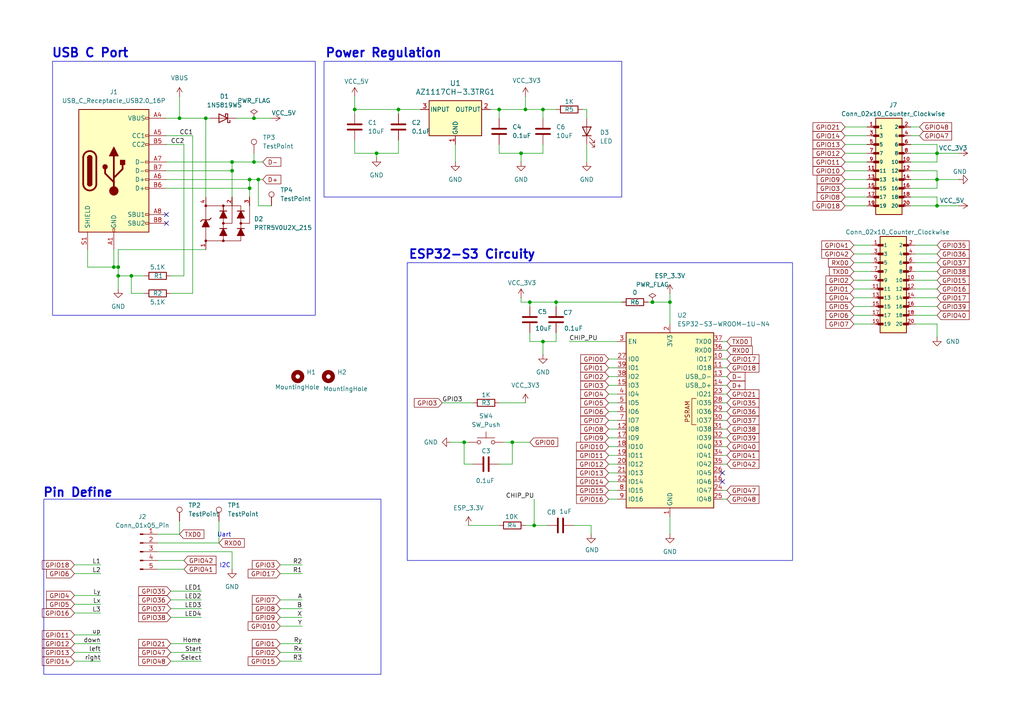
<source format=kicad_sch>
(kicad_sch (version 20250114) (generator "eeschema") (generator_version "9.0")
  (paper "A4")
  (title_block (title "MCU Carrier Board") (date "2025-09-26") (rev "0.6") (company "OSHE"))
  (rectangle (start 12.7 144.78) (end 110.49 195.58))
  (rectangle (start 15.24 17.78) (end 91.44 91.44))
  (rectangle (start 118.11 76.2) (end 229.87 162.56))
  (rectangle (start 93.98 17.78) (end 180.34 57.15))
  (text "ESP32-S3 Circuity" (at 136.906 73.914 0) (effects (font (size 2.54 2.54) (thickness 0.508) (bold yes))))
  (text "Uart\n" (at 65.024 155.194 0) (effects (font (size 1.27 1.27))))
  (text "USB C Port" (at 26.162 15.494 0) (effects (font (size 2.54 2.54) (thickness 0.508) (bold yes))))
  (text "I2C\n" (at 65.278 164.084 0) (effects (font (size 1.27 1.27))))
  (text "Power Regulation\n" (at 111.252 15.494 0) (effects (font (size 2.54 2.54) (thickness 0.508) (bold yes))))
  (text "Pin Define\n" (at 22.606 143.002 0) (effects (font (size 2.54 2.54) (thickness 0.508) (bold yes))))
  (junction (at 153.67 87.63))
  (junction (at 52.07 34.29))
  (junction (at 144.78 31.75))
  (junction (at 152.4 31.75))
  (junction (at 33.02 77.47))
  (junction (at 161.29 87.63))
  (junction (at 115.57 31.75))
  (junction (at 72.39 52.07))
  (junction (at 271.78 44.45))
  (junction (at 148.59 128.27))
  (junction (at 157.48 99.06))
  (junction (at 157.48 31.75))
  (junction (at 154.94 152.4))
  (junction (at 38.1 80.01))
  (junction (at 34.29 80.01))
  (junction (at 34.29 77.47))
  (junction (at 74.93 52.07))
  (junction (at 151.13 44.45))
  (junction (at 67.31 49.53))
  (junction (at 109.22 44.45))
  (junction (at 72.39 54.61))
  (junction (at 73.66 34.29))
  (junction (at 189.23 87.63))
  (junction (at 67.31 46.99))
  (junction (at 271.78 52.07))
  (junction (at 102.87 31.75))
  (junction (at 134.62 128.27))
  (junction (at 73.66 46.99))
  (junction (at 59.69 34.29))
  (junction (at 194.31 87.63))
  (junction (at 271.78 59.69))
  (no_connect (at 209.55 139.7))
  (no_connect (at 48.26 64.77))
  (no_connect (at 48.26 62.23))
  (no_connect (at 209.55 137.16))
  (wire (pts (xy 161.29 87.63) (xy 161.29 88.9)))
  (wire (pts (xy 247.65 78.74) (xy 252.73 78.74)))
  (wire (pts (xy 176.53 104.14) (xy 179.07 104.14)))
  (wire (pts (xy 81.28 191.77) (xy 87.63 191.77)))
  (wire (pts (xy 153.67 87.63) (xy 161.29 87.63)))
  (wire (pts (xy 134.62 128.27) (xy 134.62 134.62)))
  (wire (pts (xy 161.29 87.63) (xy 180.34 87.63)))
  (wire (pts (xy 245.11 46.99) (xy 251.46 46.99)))
  (wire (pts (xy 49.53 173.99) (xy 58.42 173.99)))
  (wire (pts (xy 210.82 106.68) (xy 209.55 106.68)))
  (wire (pts (xy 210.82 121.92) (xy 209.55 121.92)))
  (wire (pts (xy 210.82 134.62) (xy 209.55 134.62)))
  (wire (pts (xy 157.48 41.91) (xy 157.48 44.45)))
  (wire (pts (xy 153.67 99.06) (xy 157.48 99.06)))
  (wire (pts (xy 265.43 83.82) (xy 271.78 83.82)))
  (wire (pts (xy 264.16 52.07) (xy 271.78 52.07)))
  (wire (pts (xy 34.29 80.01) (xy 34.29 77.47)))
  (wire (pts (xy 144.78 41.91) (xy 144.78 44.45)))
  (wire (pts (xy 49.53 176.53) (xy 58.42 176.53)))
  (wire (pts (xy 102.87 33.02) (xy 102.87 31.75)))
  (wire (pts (xy 194.31 85.09) (xy 194.31 87.63)))
  (wire (pts (xy 176.53 132.08) (xy 179.07 132.08)))
  (wire (pts (xy 34.29 83.82) (xy 34.29 80.01)))
  (wire (pts (xy 144.78 116.84) (xy 152.4 116.84)))
  (wire (pts (xy 271.78 97.79) (xy 271.78 93.98)))
  (wire (pts (xy 209.55 127) (xy 210.82 127)))
  (wire (pts (xy 21.59 163.83) (xy 29.21 163.83)))
  (wire (pts (xy 102.87 31.75) (xy 115.57 31.75)))
  (wire (pts (xy 210.82 132.08) (xy 209.55 132.08)))
  (wire (pts (xy 154.94 152.4) (xy 154.94 144.78)))
  (wire (pts (xy 176.53 134.62) (xy 179.07 134.62)))
  (wire (pts (xy 81.28 189.23) (xy 87.63 189.23)))
  (wire (pts (xy 52.07 154.94) (xy 45.72 154.94)))
  (wire (pts (xy 245.11 41.91) (xy 251.46 41.91)))
  (wire (pts (xy 154.94 152.4) (xy 158.75 152.4)))
  (wire (pts (xy 210.82 124.46) (xy 209.55 124.46)))
  (wire (pts (xy 176.53 124.46) (xy 179.07 124.46)))
  (wire (pts (xy 170.18 41.91) (xy 170.18 46.99)))
  (wire (pts (xy 134.62 128.27) (xy 135.89 128.27)))
  (wire (pts (xy 152.4 152.4) (xy 154.94 152.4)))
  (wire (pts (xy 264.16 57.15) (xy 271.78 57.15)))
  (wire (pts (xy 81.28 179.07) (xy 87.63 179.07)))
  (wire (pts (xy 34.29 72.39) (xy 34.29 77.47)))
  (wire (pts (xy 153.67 96.52) (xy 153.67 99.06)))
  (wire (pts (xy 48.26 49.53) (xy 67.31 49.53)))
  (wire (pts (xy 176.53 111.76) (xy 179.07 111.76)))
  (wire (pts (xy 21.59 184.15) (xy 29.21 184.15)))
  (wire (pts (xy 271.78 41.91) (xy 271.78 44.45)))
  (wire (pts (xy 170.18 31.75) (xy 168.91 31.75)))
  (wire (pts (xy 81.28 176.53) (xy 87.63 176.53)))
  (wire (pts (xy 176.53 137.16) (xy 179.07 137.16)))
  (wire (pts (xy 73.66 44.45) (xy 73.66 46.99)))
  (wire (pts (xy 247.65 71.12) (xy 252.73 71.12)))
  (wire (pts (xy 245.11 39.37) (xy 251.46 39.37)))
  (wire (pts (xy 176.53 119.38) (xy 179.07 119.38)))
  (wire (pts (xy 265.43 93.98) (xy 271.78 93.98)))
  (wire (pts (xy 245.11 57.15) (xy 251.46 57.15)))
  (wire (pts (xy 109.22 44.45) (xy 109.22 45.72)))
  (wire (pts (xy 81.28 166.37) (xy 87.63 166.37)))
  (wire (pts (xy 73.66 34.29) (xy 78.74 34.29)))
  (wire (pts (xy 25.4 77.47) (xy 33.02 77.47)))
  (wire (pts (xy 59.69 34.29) (xy 60.96 34.29)))
  (wire (pts (xy 144.78 31.75) (xy 144.78 34.29)))
  (wire (pts (xy 48.26 39.37) (xy 55.88 39.37)))
  (wire (pts (xy 265.43 73.66) (xy 271.78 73.66)))
  (wire (pts (xy 52.07 34.29) (xy 59.69 34.29)))
  (wire (pts (xy 247.65 83.82) (xy 252.73 83.82)))
  (wire (pts (xy 21.59 175.26) (xy 29.21 175.26)))
  (wire (pts (xy 171.45 154.94) (xy 171.45 152.4)))
  (wire (pts (xy 68.58 34.29) (xy 73.66 34.29)))
  (wire (pts (xy 245.11 52.07) (xy 251.46 52.07)))
  (wire (pts (xy 49.53 191.77) (xy 58.42 191.77)))
  (wire (pts (xy 210.82 101.6) (xy 209.55 101.6)))
  (wire (pts (xy 135.89 152.4) (xy 144.78 152.4)))
  (wire (pts (xy 247.65 73.66) (xy 252.73 73.66)))
  (wire (pts (xy 176.53 144.78) (xy 179.07 144.78)))
  (wire (pts (xy 21.59 166.37) (xy 29.21 166.37)))
  (wire (pts (xy 148.59 128.27) (xy 146.05 128.27)))
  (wire (pts (xy 33.02 77.47) (xy 34.29 77.47)))
  (wire (pts (xy 247.65 86.36) (xy 252.73 86.36)))
  (wire (pts (xy 210.82 99.06) (xy 209.55 99.06)))
  (wire (pts (xy 194.31 149.86) (xy 194.31 154.94)))
  (wire (pts (xy 137.16 134.62) (xy 134.62 134.62)))
  (wire (pts (xy 152.4 31.75) (xy 157.48 31.75)))
  (wire (pts (xy 247.65 93.98) (xy 252.73 93.98)))
  (wire (pts (xy 210.82 116.84) (xy 209.55 116.84)))
  (wire (pts (xy 115.57 31.75) (xy 121.92 31.75)))
  (wire (pts (xy 271.78 59.69) (xy 278.13 59.69)))
  (wire (pts (xy 210.82 142.24) (xy 209.55 142.24)))
  (wire (pts (xy 245.11 54.61) (xy 251.46 54.61)))
  (wire (pts (xy 38.1 85.09) (xy 38.1 80.01)))
  (wire (pts (xy 176.53 127) (xy 179.07 127)))
  (wire (pts (xy 245.11 49.53) (xy 251.46 49.53)))
  (wire (pts (xy 21.59 191.77) (xy 29.21 191.77)))
  (wire (pts (xy 245.11 36.83) (xy 251.46 36.83)))
  (wire (pts (xy 109.22 44.45) (xy 102.87 44.45)))
  (wire (pts (xy 266.7 36.83) (xy 264.16 36.83)))
  (wire (pts (xy 49.53 171.45) (xy 58.42 171.45)))
  (wire (pts (xy 63.5 151.13) (xy 63.5 157.48)))
  (wire (pts (xy 265.43 81.28) (xy 271.78 81.28)))
  (wire (pts (xy 115.57 33.02) (xy 115.57 31.75)))
  (wire (pts (xy 33.02 72.39) (xy 33.02 77.47)))
  (wire (pts (xy 265.43 76.2) (xy 271.78 76.2)))
  (wire (pts (xy 271.78 49.53) (xy 271.78 52.07)))
  (wire (pts (xy 53.34 162.56) (xy 45.72 162.56)))
  (wire (pts (xy 265.43 71.12) (xy 271.78 71.12)))
  (wire (pts (xy 74.93 59.69) (xy 74.93 52.07)))
  (wire (pts (xy 176.53 139.7) (xy 179.07 139.7)))
  (wire (pts (xy 21.59 189.23) (xy 29.21 189.23)))
  (wire (pts (xy 115.57 44.45) (xy 109.22 44.45)))
  (wire (pts (xy 176.53 121.92) (xy 179.07 121.92)))
  (wire (pts (xy 81.28 163.83) (xy 87.63 163.83)))
  (wire (pts (xy 264.16 54.61) (xy 271.78 54.61)))
  (wire (pts (xy 73.66 46.99) (xy 67.31 46.99)))
  (wire (pts (xy 72.39 54.61) (xy 72.39 57.15)))
  (wire (pts (xy 271.78 46.99) (xy 271.78 44.45)))
  (wire (pts (xy 67.31 160.02) (xy 45.72 160.02)))
  (wire (pts (xy 209.55 129.54) (xy 210.82 129.54)))
  (wire (pts (xy 153.67 87.63) (xy 153.67 88.9)))
  (wire (pts (xy 115.57 40.64) (xy 115.57 44.45)))
  (wire (pts (xy 171.45 152.4) (xy 166.37 152.4)))
  (wire (pts (xy 176.53 106.68) (xy 179.07 106.68)))
  (wire (pts (xy 52.07 151.13) (xy 52.07 154.94)))
  (wire (pts (xy 189.23 87.63) (xy 194.31 87.63)))
  (wire (pts (xy 264.16 59.69) (xy 271.78 59.69)))
  (wire (pts (xy 247.65 81.28) (xy 252.73 81.28)))
  (wire (pts (xy 53.34 41.91) (xy 53.34 80.01)))
  (wire (pts (xy 81.28 173.99) (xy 87.63 173.99)))
  (wire (pts (xy 72.39 52.07) (xy 72.39 54.61)))
  (wire (pts (xy 130.81 128.27) (xy 134.62 128.27)))
  (wire (pts (xy 157.48 31.75) (xy 157.48 34.29)))
  (wire (pts (xy 151.13 44.45) (xy 157.48 44.45)))
  (wire (pts (xy 152.4 27.94) (xy 152.4 31.75)))
  (wire (pts (xy 38.1 80.01) (xy 41.91 80.01)))
  (wire (pts (xy 53.34 165.1) (xy 45.72 165.1)))
  (wire (pts (xy 151.13 87.63) (xy 153.67 87.63)))
  (wire (pts (xy 49.53 186.69) (xy 58.42 186.69)))
  (wire (pts (xy 48.26 52.07) (xy 72.39 52.07)))
  (wire (pts (xy 210.82 119.38) (xy 209.55 119.38)))
  (wire (pts (xy 157.48 99.06) (xy 157.48 102.87)))
  (wire (pts (xy 21.59 172.72) (xy 29.21 172.72)))
  (wire (pts (xy 144.78 44.45) (xy 151.13 44.45)))
  (wire (pts (xy 176.53 109.22) (xy 179.07 109.22)))
  (wire (pts (xy 144.78 31.75) (xy 152.4 31.75)))
  (wire (pts (xy 142.24 31.75) (xy 144.78 31.75)))
  (wire (pts (xy 157.48 31.75) (xy 161.29 31.75)))
  (wire (pts (xy 41.91 85.09) (xy 38.1 85.09)))
  (wire (pts (xy 67.31 46.99) (xy 67.31 49.53)))
  (wire (pts (xy 265.43 86.36) (xy 271.78 86.36)))
  (wire (pts (xy 210.82 104.14) (xy 209.55 104.14)))
  (wire (pts (xy 265.43 78.74) (xy 271.78 78.74)))
  (wire (pts (xy 176.53 114.3) (xy 179.07 114.3)))
  (wire (pts (xy 187.96 87.63) (xy 189.23 87.63)))
  (wire (pts (xy 210.82 109.22) (xy 209.55 109.22)))
  (wire (pts (xy 81.28 181.61) (xy 87.63 181.61)))
  (wire (pts (xy 52.07 27.94) (xy 52.07 34.29)))
  (wire (pts (xy 151.13 86.36) (xy 151.13 87.63)))
  (wire (pts (xy 49.53 189.23) (xy 58.42 189.23)))
  (wire (pts (xy 194.31 93.98) (xy 194.31 87.63)))
  (wire (pts (xy 148.59 128.27) (xy 153.67 128.27)))
  (wire (pts (xy 67.31 165.1) (xy 67.31 160.02)))
  (wire (pts (xy 170.18 31.75) (xy 170.18 34.29)))
  (wire (pts (xy 76.2 52.07) (xy 74.93 52.07)))
  (wire (pts (xy 176.53 129.54) (xy 179.07 129.54)))
  (wire (pts (xy 21.59 177.8) (xy 29.21 177.8)))
  (wire (pts (xy 48.26 34.29) (xy 52.07 34.29)))
  (wire (pts (xy 210.82 114.3) (xy 209.55 114.3)))
  (wire (pts (xy 264.16 44.45) (xy 271.78 44.45)))
  (wire (pts (xy 264.16 41.91) (xy 271.78 41.91)))
  (wire (pts (xy 247.65 88.9) (xy 252.73 88.9)))
  (wire (pts (xy 176.53 142.24) (xy 179.07 142.24)))
  (wire (pts (xy 271.78 52.07) (xy 278.13 52.07)))
  (wire (pts (xy 165.1 99.06) (xy 179.07 99.06)))
  (wire (pts (xy 102.87 27.94) (xy 102.87 31.75)))
  (wire (pts (xy 25.4 72.39) (xy 25.4 77.47)))
  (wire (pts (xy 271.78 44.45) (xy 278.13 44.45)))
  (wire (pts (xy 148.59 134.62) (xy 148.59 128.27)))
  (wire (pts (xy 34.29 72.39) (xy 59.69 72.39)))
  (wire (pts (xy 161.29 96.52) (xy 161.29 99.06)))
  (wire (pts (xy 245.11 59.69) (xy 251.46 59.69)))
  (wire (pts (xy 210.82 111.76) (xy 209.55 111.76)))
  (wire (pts (xy 45.72 157.48) (xy 63.5 157.48)))
  (wire (pts (xy 76.2 46.99) (xy 73.66 46.99)))
  (wire (pts (xy 247.65 76.2) (xy 252.73 76.2)))
  (wire (pts (xy 210.82 144.78) (xy 209.55 144.78)))
  (wire (pts (xy 67.31 49.53) (xy 67.31 57.15)))
  (wire (pts (xy 55.88 85.09) (xy 49.53 85.09)))
  (wire (pts (xy 271.78 59.69) (xy 271.78 57.15)))
  (wire (pts (xy 74.93 52.07) (xy 72.39 52.07)))
  (wire (pts (xy 67.31 46.99) (xy 48.26 46.99)))
  (wire (pts (xy 265.43 91.44) (xy 271.78 91.44)))
  (wire (pts (xy 266.7 39.37) (xy 264.16 39.37)))
  (wire (pts (xy 48.26 54.61) (xy 72.39 54.61)))
  (wire (pts (xy 102.87 40.64) (xy 102.87 44.45)))
  (wire (pts (xy 245.11 44.45) (xy 251.46 44.45)))
  (wire (pts (xy 247.65 91.44) (xy 252.73 91.44)))
  (wire (pts (xy 128.27 116.84) (xy 137.16 116.84)))
  (wire (pts (xy 264.16 49.53) (xy 271.78 49.53)))
  (wire (pts (xy 55.88 39.37) (xy 55.88 85.09)))
  (wire (pts (xy 34.29 80.01) (xy 38.1 80.01)))
  (wire (pts (xy 157.48 99.06) (xy 161.29 99.06)))
  (wire (pts (xy 144.78 134.62) (xy 148.59 134.62)))
  (wire (pts (xy 265.43 88.9) (xy 271.78 88.9)))
  (wire (pts (xy 59.69 34.29) (xy 59.69 57.15)))
  (wire (pts (xy 271.78 54.61) (xy 271.78 52.07)))
  (wire (pts (xy 53.34 80.01) (xy 49.53 80.01)))
  (wire (pts (xy 49.53 179.07) (xy 58.42 179.07)))
  (wire (pts (xy 81.28 186.69) (xy 87.63 186.69)))
  (wire (pts (xy 132.08 41.91) (xy 132.08 46.99)))
  (wire (pts (xy 176.53 116.84) (xy 179.07 116.84)))
  (wire (pts (xy 48.26 41.91) (xy 53.34 41.91)))
  (wire (pts (xy 21.59 186.69) (xy 29.21 186.69)))
  (wire (pts (xy 264.16 46.99) (xy 271.78 46.99)))
  (wire (pts (xy 78.74 59.69) (xy 74.93 59.69)))
  (wire (pts (xy 151.13 44.45) (xy 151.13 46.99)))
  (label "GPIO3" (at 128.27 116.84 0))
  (label "L3" (at 29.21 177.8 180))
  (label "R1" (at 87.63 166.37 180))
  (label "Rx" (at 87.63 189.23 180))
  (label "CHIP_PU" (at 154.94 144.78 180))
  (label "CC2" (at 49.53 41.91 0))
  (label "CC1" (at 52.07 39.37 0))
  (label "L2" (at 29.21 166.37 180))
  (label "Lx" (at 29.21 175.26 180))
  (label "X" (at 87.63 179.07 180))
  (label "left" (at 29.21 189.23 180))
  (label "Ry" (at 87.63 186.69 180))
  (label "LED4" (at 58.42 179.07 180))
  (label "LED1" (at 58.42 171.45 180))
  (label "down" (at 29.21 186.69 180))
  (label "Y" (at 87.63 181.61 180))
  (label "LED3" (at 58.42 176.53 180))
  (label "LED2" (at 58.42 173.99 180))
  (label "Start" (at 58.42 189.23 180))
  (label "CHIP_PU" (at 165.1 99.06 0))
  (label "B" (at 87.63 176.53 180))
  (label "R3" (at 87.63 191.77 180))
  (label "up" (at 29.21 184.15 180))
  (label "A" (at 87.63 173.99 180))
  (label "R2" (at 87.63 163.83 180))
  (label "Home" (at 58.42 186.69 180))
  (label "right" (at 29.21 191.77 180))
  (label "Select" (at 58.42 191.77 180))
  (label "L1" (at 29.21 163.83 180))
  (label "Ly" (at 29.21 172.72 180))
  (global_label "GPIO2" (shape input) (at 247.65 81.28 180) (property "Intersheetrefs" "${INTERSHEET_REFS}" (effects (hide yes))))
  (global_label "GPIO15" (shape input) (at 176.53 142.24 180) (property "Intersheetrefs" "${INTERSHEET_REFS}" (effects (hide yes))))
  (global_label "GPIO2" (shape input) (at 81.28 189.23 180) (property "Intersheetrefs" "${INTERSHEET_REFS}" (effects (hide yes))))
  (global_label "GPIO10" (shape input) (at 81.28 181.61 180) (property "Intersheetrefs" "${INTERSHEET_REFS}" (effects (hide yes))))
  (global_label "GPIO14" (shape input) (at 176.53 139.7 180) (property "Intersheetrefs" "${INTERSHEET_REFS}" (effects (hide yes))))
  (global_label "GPIO41" (shape input) (at 210.82 132.08 0) (property "Intersheetrefs" "${INTERSHEET_REFS}" (effects (hide yes))))
  (global_label "GPIO16" (shape input) (at 21.59 177.8 180) (property "Intersheetrefs" "${INTERSHEET_REFS}" (effects (hide yes))))
  (global_label "GPIO38" (shape input) (at 49.53 179.07 180) (property "Intersheetrefs" "${INTERSHEET_REFS}" (effects (hide yes))))
  (global_label "GPIO6" (shape input) (at 21.59 166.37 180) (property "Intersheetrefs" "${INTERSHEET_REFS}" (effects (hide yes))))
  (global_label "GPIO8" (shape input) (at 176.53 124.46 180) (property "Intersheetrefs" "${INTERSHEET_REFS}" (effects (hide yes))))
  (global_label "GPIO3" (shape input) (at 176.53 111.76 180) (property "Intersheetrefs" "${INTERSHEET_REFS}" (effects (hide yes))))
  (global_label "GPIO11" (shape input) (at 21.59 184.15 180) (property "Intersheetrefs" "${INTERSHEET_REFS}" (effects (hide yes))))
  (global_label "GPIO37" (shape input) (at 49.53 176.53 180) (property "Intersheetrefs" "${INTERSHEET_REFS}" (effects (hide yes))))
  (global_label "D-" (shape input) (at 210.82 109.22 0) (property "Intersheetrefs" "${INTERSHEET_REFS}" (effects (hide yes))))
  (global_label "GPIO12" (shape input) (at 21.59 186.69 180) (property "Intersheetrefs" "${INTERSHEET_REFS}" (effects (hide yes))))
  (global_label "D+" (shape input) (at 76.2 52.07 0) (property "Intersheetrefs" "${INTERSHEET_REFS}" (effects (hide yes))))
  (global_label "RXD0" (shape input) (at 247.65 76.2 180) (property "Intersheetrefs" "${INTERSHEET_REFS}" (effects (hide yes))))
  (global_label "GPIO0" (shape input) (at 176.53 104.14 180) (property "Intersheetrefs" "${INTERSHEET_REFS}" (effects (hide yes))))
  (global_label "GPIO8" (shape input) (at 81.28 176.53 180) (property "Intersheetrefs" "${INTERSHEET_REFS}" (effects (hide yes))))
  (global_label "GPIO9" (shape input) (at 245.11 52.07 180) (property "Intersheetrefs" "${INTERSHEET_REFS}" (effects (hide yes))))
  (global_label "GPIO14" (shape input) (at 245.11 39.37 180) (property "Intersheetrefs" "${INTERSHEET_REFS}" (effects (hide yes))))
  (global_label "GPIO14" (shape input) (at 21.59 191.77 180) (property "Intersheetrefs" "${INTERSHEET_REFS}" (effects (hide yes))))
  (global_label "GPIO1" (shape input) (at 176.53 106.68 180) (property "Intersheetrefs" "${INTERSHEET_REFS}" (effects (hide yes))))
  (global_label "GPIO0" (shape input) (at 153.67 128.27 0) (property "Intersheetrefs" "${INTERSHEET_REFS}" (effects (hide yes))))
  (global_label "GPIO4" (shape input) (at 247.65 86.36 180) (property "Intersheetrefs" "${INTERSHEET_REFS}" (effects (hide yes))))
  (global_label "GPIO15" (shape input) (at 81.28 191.77 180) (property "Intersheetrefs" "${INTERSHEET_REFS}" (effects (hide yes))))
  (global_label "TXD0" (shape input) (at 52.07 154.94 0) (property "Intersheetrefs" "${INTERSHEET_REFS}" (effects (hide yes))))
  (global_label "GPIO41" (shape input) (at 247.65 71.12 180) (property "Intersheetrefs" "${INTERSHEET_REFS}" (effects (hide yes))))
  (global_label "GPIO17" (shape input) (at 210.82 104.14 0) (property "Intersheetrefs" "${INTERSHEET_REFS}" (effects (hide yes))))
  (global_label "GPIO21" (shape input) (at 210.82 114.3 0) (property "Intersheetrefs" "${INTERSHEET_REFS}" (effects (hide yes))))
  (global_label "GPIO13" (shape input) (at 21.59 189.23 180) (property "Intersheetrefs" "${INTERSHEET_REFS}" (effects (hide yes))))
  (global_label "RXD0" (shape input) (at 63.5 157.48 0) (property "Intersheetrefs" "${INTERSHEET_REFS}" (effects (hide yes))))
  (global_label "GPIO35" (shape input) (at 49.53 171.45 180) (property "Intersheetrefs" "${INTERSHEET_REFS}" (effects (hide yes))))
  (global_label "GPIO3" (shape input) (at 128.27 116.84 180) (property "Intersheetrefs" "${INTERSHEET_REFS}" (effects (hide yes))))
  (global_label "GPIO40" (shape input) (at 271.78 91.44 0) (property "Intersheetrefs" "${INTERSHEET_REFS}" (effects (hide yes))))
  (global_label "GPIO11" (shape input) (at 245.11 46.99 180) (property "Intersheetrefs" "${INTERSHEET_REFS}" (effects (hide yes))))
  (global_label "GPIO16" (shape input) (at 176.53 144.78 180) (property "Intersheetrefs" "${INTERSHEET_REFS}" (effects (hide yes))))
  (global_label "GPIO12" (shape input) (at 176.53 134.62 180) (property "Intersheetrefs" "${INTERSHEET_REFS}" (effects (hide yes))))
  (global_label "GPIO7" (shape input) (at 247.65 93.98 180) (property "Intersheetrefs" "${INTERSHEET_REFS}" (effects (hide yes))))
  (global_label "GPIO9" (shape input) (at 81.28 179.07 180) (property "Intersheetrefs" "${INTERSHEET_REFS}" (effects (hide yes))))
  (global_label "TXD0" (shape input) (at 247.65 78.74 180) (property "Intersheetrefs" "${INTERSHEET_REFS}" (effects (hide yes))))
  (global_label "GPIO18" (shape input) (at 210.82 106.68 0) (property "Intersheetrefs" "${INTERSHEET_REFS}" (effects (hide yes))))
  (global_label "GPIO3" (shape input) (at 245.11 54.61 180) (property "Intersheetrefs" "${INTERSHEET_REFS}" (effects (hide yes))))
  (global_label "GPIO18" (shape input) (at 245.11 59.69 180) (property "Intersheetrefs" "${INTERSHEET_REFS}" (effects (hide yes))))
  (global_label "GPIO13" (shape input) (at 245.11 41.91 180) (property "Intersheetrefs" "${INTERSHEET_REFS}" (effects (hide yes))))
  (global_label "GPIO36" (shape input) (at 271.78 73.66 0) (property "Intersheetrefs" "${INTERSHEET_REFS}" (effects (hide yes))))
  (global_label "GPIO17" (shape input) (at 81.28 166.37 180) (property "Intersheetrefs" "${INTERSHEET_REFS}" (effects (hide yes))))
  (global_label "D-" (shape input) (at 76.2 46.99 0) (property "Intersheetrefs" "${INTERSHEET_REFS}" (effects (hide yes))))
  (global_label "GPIO5" (shape input) (at 21.59 175.26 180) (property "Intersheetrefs" "${INTERSHEET_REFS}" (effects (hide yes))))
  (global_label "GPIO38" (shape input) (at 271.78 78.74 0) (property "Intersheetrefs" "${INTERSHEET_REFS}" (effects (hide yes))))
  (global_label "GPIO15" (shape input) (at 271.78 81.28 0) (property "Intersheetrefs" "${INTERSHEET_REFS}" (effects (hide yes))))
  (global_label "GPIO42" (shape input) (at 210.82 134.62 0) (property "Intersheetrefs" "${INTERSHEET_REFS}" (effects (hide yes))))
  (global_label "GPIO39" (shape input) (at 210.82 127 0) (property "Intersheetrefs" "${INTERSHEET_REFS}" (effects (hide yes))))
  (global_label "GPIO4" (shape input) (at 21.59 172.72 180) (property "Intersheetrefs" "${INTERSHEET_REFS}" (effects (hide yes))))
  (global_label "GPIO39" (shape input) (at 271.78 88.9 0) (property "Intersheetrefs" "${INTERSHEET_REFS}" (effects (hide yes))))
  (global_label "GPIO8" (shape input) (at 245.11 57.15 180) (property "Intersheetrefs" "${INTERSHEET_REFS}" (effects (hide yes))))
  (global_label "GPIO35" (shape input) (at 271.78 71.12 0) (property "Intersheetrefs" "${INTERSHEET_REFS}" (effects (hide yes))))
  (global_label "GPIO2" (shape input) (at 176.53 109.22 180) (property "Intersheetrefs" "${INTERSHEET_REFS}" (effects (hide yes))))
  (global_label "GPIO41" (shape input) (at 53.34 165.1 0) (property "Intersheetrefs" "${INTERSHEET_REFS}" (effects (hide yes))))
  (global_label "RXD0" (shape input) (at 210.82 101.6 0) (property "Intersheetrefs" "${INTERSHEET_REFS}" (effects (hide yes))))
  (global_label "TXD0" (shape input) (at 210.82 99.06 0) (property "Intersheetrefs" "${INTERSHEET_REFS}" (effects (hide yes))))
  (global_label "GPIO48" (shape input) (at 266.7 36.83 0) (property "Intersheetrefs" "${INTERSHEET_REFS}" (effects (hide yes))))
  (global_label "GPIO10" (shape input) (at 176.53 129.54 180) (property "Intersheetrefs" "${INTERSHEET_REFS}" (effects (hide yes))))
  (global_label "GPIO7" (shape input) (at 81.28 173.99 180) (property "Intersheetrefs" "${INTERSHEET_REFS}" (effects (hide yes))))
  (global_label "GPIO9" (shape input) (at 176.53 127 180) (property "Intersheetrefs" "${INTERSHEET_REFS}" (effects (hide yes))))
  (global_label "GPIO7" (shape input) (at 176.53 121.92 180) (property "Intersheetrefs" "${INTERSHEET_REFS}" (effects (hide yes))))
  (global_label "GPIO47" (shape input) (at 266.7 39.37 0) (property "Intersheetrefs" "${INTERSHEET_REFS}" (effects (hide yes))))
  (global_label "GPIO13" (shape input) (at 176.53 137.16 180) (property "Intersheetrefs" "${INTERSHEET_REFS}" (effects (hide yes))))
  (global_label "GPIO6" (shape input) (at 176.53 119.38 180) (property "Intersheetrefs" "${INTERSHEET_REFS}" (effects (hide yes))))
  (global_label "GPIO1" (shape input) (at 247.65 83.82 180) (property "Intersheetrefs" "${INTERSHEET_REFS}" (effects (hide yes))))
  (global_label "GPIO10" (shape input) (at 245.11 49.53 180) (property "Intersheetrefs" "${INTERSHEET_REFS}" (effects (hide yes))))
  (global_label "GPIO18" (shape input) (at 21.59 163.83 180) (property "Intersheetrefs" "${INTERSHEET_REFS}" (effects (hide yes))))
  (global_label "GPIO6" (shape input) (at 247.65 91.44 180) (property "Intersheetrefs" "${INTERSHEET_REFS}" (effects (hide yes))))
  (global_label "GPIO37" (shape input) (at 271.78 76.2 0) (property "Intersheetrefs" "${INTERSHEET_REFS}" (effects (hide yes))))
  (global_label "GPIO35" (shape input) (at 210.82 116.84 0) (property "Intersheetrefs" "${INTERSHEET_REFS}" (effects (hide yes))))
  (global_label "GPIO36" (shape input) (at 210.82 119.38 0) (property "Intersheetrefs" "${INTERSHEET_REFS}" (effects (hide yes))))
  (global_label "GPIO37" (shape input) (at 210.82 121.92 0) (property "Intersheetrefs" "${INTERSHEET_REFS}" (effects (hide yes))))
  (global_label "GPIO48" (shape input) (at 210.82 144.78 0) (property "Intersheetrefs" "${INTERSHEET_REFS}" (effects (hide yes))))
  (global_label "GPIO42" (shape input) (at 53.34 162.56 0) (property "Intersheetrefs" "${INTERSHEET_REFS}" (effects (hide yes))))
  (global_label "GPIO17" (shape input) (at 271.78 86.36 0) (property "Intersheetrefs" "${INTERSHEET_REFS}" (effects (hide yes))))
  (global_label "GPIO1" (shape input) (at 81.28 186.69 180) (property "Intersheetrefs" "${INTERSHEET_REFS}" (effects (hide yes))))
  (global_label "GPIO42" (shape input) (at 247.65 73.66 180) (property "Intersheetrefs" "${INTERSHEET_REFS}" (effects (hide yes))))
  (global_label "GPIO16" (shape input) (at 271.78 83.82 0) (property "Intersheetrefs" "${INTERSHEET_REFS}" (effects (hide yes))))
  (global_label "GPIO5" (shape input) (at 247.65 88.9 180) (property "Intersheetrefs" "${INTERSHEET_REFS}" (effects (hide yes))))
  (global_label "GPIO40" (shape input) (at 210.82 129.54 0) (property "Intersheetrefs" "${INTERSHEET_REFS}" (effects (hide yes))))
  (global_label "GPIO38" (shape input) (at 210.82 124.46 0) (property "Intersheetrefs" "${INTERSHEET_REFS}" (effects (hide yes))))
  (global_label "GPIO36" (shape input) (at 49.53 173.99 180) (property "Intersheetrefs" "${INTERSHEET_REFS}" (effects (hide yes))))
  (global_label "GPIO47" (shape input) (at 49.53 189.23 180) (property "Intersheetrefs" "${INTERSHEET_REFS}" (effects (hide yes))))
  (global_label "GPIO5" (shape input) (at 176.53 116.84 180) (property "Intersheetrefs" "${INTERSHEET_REFS}" (effects (hide yes))))
  (global_label "GPIO3" (shape input) (at 81.28 163.83 180) (property "Intersheetrefs" "${INTERSHEET_REFS}" (effects (hide yes))))
  (global_label "GPIO21" (shape input) (at 49.53 186.69 180) (property "Intersheetrefs" "${INTERSHEET_REFS}" (effects (hide yes))))
  (global_label "GPIO4" (shape input) (at 176.53 114.3 180) (property "Intersheetrefs" "${INTERSHEET_REFS}" (effects (hide yes))))
  (global_label "GPIO47" (shape input) (at 210.82 142.24 0) (property "Intersheetrefs" "${INTERSHEET_REFS}" (effects (hide yes))))
  (global_label "GPIO21" (shape input) (at 245.11 36.83 180) (property "Intersheetrefs" "${INTERSHEET_REFS}" (effects (hide yes))))
  (global_label "D+" (shape input) (at 210.82 111.76 0) (property "Intersheetrefs" "${INTERSHEET_REFS}" (effects (hide yes))))
  (global_label "GPIO12" (shape input) (at 245.11 44.45 180) (property "Intersheetrefs" "${INTERSHEET_REFS}" (effects (hide yes))))
  (global_label "GPIO11" (shape input) (at 176.53 132.08 180) (property "Intersheetrefs" "${INTERSHEET_REFS}" (effects (hide yes))))
  (global_label "GPIO48" (shape input) (at 49.53 191.77 180) (property "Intersheetrefs" "${INTERSHEET_REFS}" (effects (hide yes))))
  (symbol (lib_id "MCU_Controller:TestPoint") (at 78.74 59.69 0) (unit 1) (in_bom no)
    (property "Reference" "TP4" (at 81.28 55.1179 0) (effects (justify left)))
    (property "Value" "TestPoint" (at 81.28 57.6579 0) (effects (justify left)))
    (property "Footprint" "MCU_Controller:TestPoint_Pad_D1.0mm" (effects (hide yes)))
    (property "Description" "test point" (effects (hide yes)))
  )
  (symbol (lib_id "MCU_Controller:PWR_FLAG") (at 73.66 34.29 0) (unit 1)
    (property "Reference" "#FLG01" (effects (hide yes)))
    (property "Value" "PWR_FLAG" (at 73.66 29.21 0))
    (property "Description" "Special symbol for telling ERC where power comes from" (effects (hide yes)))
  )
  (symbol (lib_id "MCU_Controller:+3.3V") (at 135.89 152.4 0) (unit 1)
    (property "Reference" "#PWR010" (effects (hide yes)))
    (property "Value" "ESP_3.3V" (at 135.89 147.32 0))
    (property "Description" "Power symbol creates a global label with name \"+3.3V\"" (effects (hide yes)))
  )
  (symbol (lib_id "MCU_Controller:+3V3") (at 151.13 86.36 0) (unit 1)
    (property "Reference" "#PWR013" (effects (hide yes)))
    (property "Value" "VCC_3V3" (at 151.384 82.042 0))
    (property "Description" "Power symbol creates a global label with name \"+3V3\"" (effects (hide yes)))
  )
  (symbol (lib_id "MCU_Controller:GND") (at 151.13 46.99 0) (unit 1)
    (property "Reference" "#PWR012" (effects (hide yes)))
    (property "Value" "GND" (at 151.13 52.07 0))
    (property "Description" "Power symbol creates a global label with name \"GND\" , ground" (effects (hide yes)))
  )
  (symbol (lib_id "MCU_Controller:1N5819WS") (at 64.77 34.29 180) (unit 1)
    (property "Reference" "D1" (at 65.0875 27.94 0))
    (property "Value" "1N5819WS" (at 65.0875 30.48 0))
    (property "Footprint" "MCU_Controller:D_SOD-323" (effects (hide yes)))
    (property "Datasheet" "https://datasheet.lcsc.com/lcsc/2204281430_Guangdong-Hottech-1N5819WS_C191023.pdf" (effects (hide yes)))
    (property "Description" "40V 600mV@1A 1A SOD-323 Schottky Barrier Diodes, SOD-323" (effects (hide yes)))
  )
  (symbol (lib_id "MCU_Controller:VBUS") (at 52.07 27.94 0) (unit 1)
    (property "Reference" "#PWR03" (effects (hide yes)))
    (property "Value" "VBUS" (at 52.07 22.606 0))
    (property "Description" "Power symbol creates a global label with name \"VBUS\"" (effects (hide yes)))
  )
  (symbol (lib_id "MCU_Controller:DF40C-20DP-0.4V_51_") (at 257.81 46.99 0) (unit 1)
    (property "Reference" "J7" (at 259.08 30.48 0))
    (property "Value" "Conn_02x10_Counter_Clockwise" (at 259.08 33.02 0))
    (property "Footprint" "MCU_Controller:HRS_DF40C-20DP-0.4V_51_" (effects (hide yes)))
    (property "Description" "Generic connector, double row, 02x10, odd/even pin numbering scheme (row 1 odd numbers, row 2 even numbers), script generated (kicad-library-utils/schlib/autogen/connector/)" (effects (hide yes)))
    (property "PARTREV" "02/2020" (effects (hide yes)))
    (property "STANDARD" "Manufacturer Recommendations" (effects (hide yes)))
    (property "MAXIMUM_PACKAGE_HEIGHT" "1.29mm" (effects (hide yes)))
    (property "MANUFACTURER" "Hirose Electric" (effects (hide yes)))
  )
  (symbol (lib_id "MCU_Controller:+5V") (at 102.87 27.94 0) (unit 1)
    (property "Reference" "#PWR06" (effects (hide yes)))
    (property "Value" "VCC_5V" (at 99.822 23.622 0) (effects (justify left)))
    (property "Description" "Power symbol creates a global label with name \"+5V\"" (effects (hide yes)))
  )
  (symbol (lib_id "MCU_Controller:GND") (at 132.08 46.99 0) (unit 1)
    (property "Reference" "#PWR09" (effects (hide yes)))
    (property "Value" "GND" (at 132.08 52.07 0))
    (property "Description" "Power symbol creates a global label with name \"GND\" , ground" (effects (hide yes)))
  )
  (symbol (lib_id "MCU_Controller:SW_Push") (at 140.97 128.27 0) (unit 1)
    (property "Reference" "SW4" (at 140.97 120.65 0))
    (property "Value" "SW_Push" (at 140.97 123.19 0))
    (property "Footprint" "MCU_Controller:SW_Push_1P1T_XKB_TS-1187A" (effects (hide yes)))
    (property "Description" "Push button switch, generic, two pins" (effects (hide yes)))
  )
  (symbol (lib_id "MCU_Controller:R") (at 184.15 87.63 90) (unit 1) (in_bom no)
    (property "Reference" "R6" (at 184.15 87.63 90))
    (property "Value" "0" (at 184.15 84.836 90))
    (property "Footprint" "MCU_Controller:SolderJumper-2_P1.3mm_Open_RoundedPad1.0x1.5mm" (effects (hide yes)))
    (property "Description" "Resistor" (effects (hide yes)))
  )
  (symbol (lib_id "MCU_Controller:TestPoint") (at 52.07 151.13 0) (unit 1) (in_bom no)
    (property "Reference" "TP2" (at 54.61 146.5579 0) (effects (justify left)))
    (property "Value" "TestPoint" (at 54.61 149.0979 0) (effects (justify left)))
    (property "Footprint" "MCU_Controller:TestPoint_Pad_D1.0mm" (effects (hide yes)))
    (property "Description" "test point" (effects (hide yes)))
  )
  (symbol (lib_id "MCU_Controller:+3V3") (at 152.4 116.84 0) (unit 1)
    (property "Reference" "#PWR011" (effects (hide yes)))
    (property "Value" "VCC_3V3" (at 152.4 111.76 0))
    (property "Description" "Power symbol creates a global label with name \"+3V3\"" (effects (hide yes)))
  )
  (symbol (lib_id "MCU_Controller:R") (at 45.72 85.09 90) (unit 1)
    (property "Reference" "R2" (at 45.72 85.09 90))
    (property "Value" "5.1K" (at 45.72 87.63 90))
    (property "Footprint" "MCU_Controller:R_0603_1608Metric_Pad0.98x0.95mm_HandSolder" (effects (hide yes)))
    (property "Description" "Resistor" (effects (hide yes)))
  )
  (symbol (lib_id "MCU_Controller:C") (at 140.97 134.62 90) (unit 1)
    (property "Reference" "C3" (at 140.97 130.81 90))
    (property "Value" "0.1uF" (at 140.716 139.446 90))
    (property "Footprint" "MCU_Controller:C_0603_1608Metric_Pad1.08x0.95mm_HandSolder" (effects (hide yes)))
    (property "Description" "Unpolarized capacitor" (effects (hide yes)))
  )
  (symbol (lib_id "MCU_Controller:TestPoint") (at 73.66 44.45 0) (unit 1) (in_bom no)
    (property "Reference" "TP3" (at 76.2 39.8779 0) (effects (justify left)))
    (property "Value" "TestPoint" (at 76.2 42.4179 0) (effects (justify left)))
    (property "Footprint" "MCU_Controller:TestPoint_Pad_D1.0mm" (effects (hide yes)))
    (property "Description" "test point" (effects (hide yes)))
  )
  (symbol (lib_id "MCU_Controller:GND") (at 34.29 83.82 0) (unit 1)
    (property "Reference" "#PWR01" (effects (hide yes)))
    (property "Value" "GND" (at 34.29 88.9 0))
    (property "Description" "Power symbol creates a global label with name \"GND\" , ground" (effects (hide yes)))
  )
  (symbol (lib_id "MCU_Controller:R") (at 165.1 31.75 90) (unit 1)
    (property "Reference" "R5" (at 165.1 31.75 90))
    (property "Value" "1K" (at 165.1 29.464 90))
    (property "Footprint" "MCU_Controller:R_0603_1608Metric_Pad0.98x0.95mm_HandSolder" (effects (hide yes)))
    (property "Description" "Resistor" (effects (hide yes)))
  )
  (symbol (lib_id "MCU_Controller:+3V3") (at 152.4 27.94 0) (unit 1)
    (property "Reference" "#PWR014" (effects (hide yes)))
    (property "Value" "VCC_3V3" (at 148.59 23.368 0) (effects (justify left)))
    (property "Description" "Power symbol creates a global label with name \"+3V3\"" (effects (hide yes)))
  )
  (symbol (lib_id "MCU_Controller:PRTR5V0U2X_215") (at 64.77 64.77 0) (unit 1)
    (property "Reference" "D2" (at 73.66 63.4999 0) (effects (justify left)))
    (property "Value" "PRTR5V0U2X_215" (at 73.66 66.0399 0) (effects (justify left)))
    (property "Footprint" "MCU_Controller:PRTR5V0U2X_215" (effects (hide yes)))
  )
  (symbol (lib_id "MCU_Controller:C") (at 115.57 36.83 0) (unit 1)
    (property "Reference" "C2" (at 119.38 35.5599 0) (effects (justify left)))
    (property "Value" "0.1uF" (at 119.38 38.0999 0) (effects (justify left)))
    (property "Footprint" "MCU_Controller:C_0603_1608Metric_Pad1.08x0.95mm_HandSolder" (effects (hide yes)))
    (property "Description" "Unpolarized capacitor" (effects (hide yes)))
  )
  (symbol (lib_id "MCU_Controller:+5V") (at 78.74 34.29 270) (unit 1)
    (property "Reference" "#PWR05" (effects (hide yes)))
    (property "Value" "VCC_5V" (at 78.74 32.766 90) (effects (justify left)))
    (property "Description" "Power symbol creates a global label with name \"+5V\"" (effects (hide yes)))
  )
  (symbol (lib_id "MCU_Controller:GND") (at 67.31 165.1 0) (unit 1)
    (property "Reference" "#PWR04" (effects (hide yes)))
    (property "Value" "GND" (at 67.31 170.18 0))
    (property "Description" "Power symbol creates a global label with name \"GND\" , ground" (effects (hide yes)))
  )
  (symbol (lib_id "MCU_Controller:R") (at 45.72 80.01 90) (unit 1)
    (property "Reference" "R1" (at 45.974 80.01 90))
    (property "Value" "5.1K" (at 45.72 77.47 90))
    (property "Footprint" "MCU_Controller:R_0603_1608Metric_Pad0.98x0.95mm_HandSolder" (effects (hide yes)))
    (property "Description" "Resistor" (effects (hide yes)))
  )
  (symbol (lib_id "MCU_Controller:GND") (at 157.48 102.87 0) (unit 1)
    (property "Reference" "#PWR015" (effects (hide yes)))
    (property "Value" "GND" (at 157.48 107.95 0))
    (property "Description" "Power symbol creates a global label with name \"GND\" , ground" (effects (hide yes)))
  )
  (symbol (lib_id "MCU_Controller:C") (at 102.87 36.83 0) (unit 1)
    (property "Reference" "C1" (at 106.68 35.5599 0) (effects (justify left)))
    (property "Value" "10uF" (at 106.68 38.0999 0) (effects (justify left)))
    (property "Footprint" "MCU_Controller:C_0603_1608Metric_Pad1.08x0.95mm_HandSolder" (effects (hide yes)))
    (property "Description" "Unpolarized capacitor" (effects (hide yes)))
  )
  (symbol (lib_id "MCU_Controller:MountingHole") (at 86.36 109.22 0) (unit 1) (in_bom no)
    (property "Reference" "H1" (at 88.9 107.9499 0) (effects (justify left)))
    (property "Value" "MountingHole" (at 79.756 112.268 0) (effects (justify left)))
    (property "Footprint" "MountingHole:MountingHole_2.5mm" (effects (hide yes)))
    (property "Description" "Mounting Hole without connection" (effects (hide yes)))
  )
  (symbol (lib_id "MCU_Controller:C") (at 144.78 38.1 0) (unit 1)
    (property "Reference" "C4" (at 148.59 36.8299 0) (effects (justify left)))
    (property "Value" "0.1uF" (at 148.59 39.3699 0) (effects (justify left)))
    (property "Footprint" "MCU_Controller:C_0603_1608Metric_Pad1.08x0.95mm_HandSolder" (effects (hide yes)))
    (property "Description" "Unpolarized capacitor" (effects (hide yes)))
  )
  (symbol (lib_id "MCU_Controller:GND") (at 170.18 46.99 0) (unit 1)
    (property "Reference" "#PWR016" (effects (hide yes)))
    (property "Value" "GND" (at 170.18 52.07 0))
    (property "Description" "Power symbol creates a global label with name \"GND\" , ground" (effects (hide yes)))
  )
  (symbol (lib_id "MCU_Controller:LED") (at 170.18 38.1 90) (unit 1)
    (property "Reference" "D3" (at 173.99 38.4174 90) (effects (justify right)))
    (property "Value" "LED" (at 173.99 40.9574 90) (effects (justify right)))
    (property "Footprint" "MCU_Controller:LED_0603_1608Metric_Pad1.05x0.95mm_HandSolder" (effects (hide yes)))
    (property "Description" "Light emitting diode" (effects (hide yes)))
    (property "Sim.Pins" "1=K 2=A" (effects (hide yes)))
  )
  (symbol (lib_id "MCU_Controller:+3.3V") (at 194.31 85.09 0) (unit 1)
    (property "Reference" "#PWR018" (effects (hide yes)))
    (property "Value" "ESP_3.3V" (at 194.31 80.01 0))
    (property "Description" "Power symbol creates a global label with name \"+3.3V\"" (effects (hide yes)))
  )
  (symbol (lib_id "MCU_Controller:C") (at 157.48 38.1 0) (unit 1)
    (property "Reference" "C6" (at 161.29 36.8299 0) (effects (justify left)))
    (property "Value" "10uF" (at 161.29 39.3699 0) (effects (justify left)))
    (property "Footprint" "MCU_Controller:C_0603_1608Metric_Pad1.08x0.95mm_HandSolder" (effects (hide yes)))
    (property "Description" "Unpolarized capacitor" (effects (hide yes)))
  )
  (symbol (lib_id "MCU_Controller:ESP32-S3-WROOM-1") (at 194.31 121.92 0) (unit 1)
    (property "Reference" "U2" (at 196.4533 91.44 0) (effects (justify left)))
    (property "Value" "ESP32-S3-WROOM-1U-N4" (at 196.4533 93.98 0) (effects (justify left)))
    (property "Footprint" "MCU_Controller:ESP32-S3-WROOM-1U" (effects (hide yes)))
    (property "Datasheet" "https://www.espressif.com/sites/default/files/documentation/esp32-s3-wroom-1_wroom-1u_datasheet_en.pdf" (effects (hide yes)))
    (property "Description" "RF Module, ESP32-S3 SoC, Wi-Fi 802.11b/g/n, Bluetooth, BLE, 32-bit, 3.3V, onboard antenna, SMD" (effects (hide yes)))
  )
  (symbol (lib_id "MCU_Controller:GND") (at 278.13 52.07 90) (mirror x) (unit 1)
    (property "Reference" "#PWR032" (effects (hide yes)))
    (property "Value" "GND" (at 276.352 49.784 90) (effects (justify right)))
    (property "Description" "Power symbol creates a global label with name \"GND\" , ground" (effects (hide yes)))
  )
  (symbol (lib_id "MCU_Controller:GND") (at 194.31 154.94 0) (unit 1)
    (property "Reference" "#PWR019" (effects (hide yes)))
    (property "Value" "GND" (at 194.31 160.02 0))
    (property "Description" "Power symbol creates a global label with name \"GND\" , ground" (effects (hide yes)))
  )
  (symbol (lib_id "MCU_Controller:AZ1117CH-3.3TRG1") (at 132.08 34.29 0) (unit 1)
    (property "Reference" "U1" (at 132.08 24.13 0) (effects (font (size 1.524 1.524))))
    (property "Value" "AZ1117CH-3.3TRG1" (at 132.08 26.67 0) (effects (font (size 1.524 1.524))))
    (property "Footprint" "MCU_Controller:SOT-223_DIO" (effects (hide yes)))
    (property "Datasheet" "https://www.diodes.com/assets/Datasheets/AZ1117C.pdf" (effects (hide yes)))
  )
  (symbol (lib_id "MCU_Controller:+5V") (at 278.13 59.69 270) (unit 1)
    (property "Reference" "#PWR031" (effects (hide yes)))
    (property "Value" "VCC_5V" (at 272.542 58.166 90) (effects (justify left)))
    (property "Description" "Power symbol creates a global label with name \"+5V\"" (effects (hide yes)))
  )
  (symbol (lib_id "MCU_Controller:C") (at 161.29 92.71 0) (unit 1)
    (property "Reference" "C7" (at 163.322 90.678 0) (effects (justify left)))
    (property "Value" "0.1uF" (at 163.576 95.25 0) (effects (justify left)))
    (property "Footprint" "MCU_Controller:C_0603_1608Metric_Pad1.08x0.95mm_HandSolder" (effects (hide yes)))
    (property "Description" "Unpolarized capacitor" (effects (hide yes)))
  )
  (symbol (lib_id "MCU_Controller:R") (at 148.59 152.4 270) (unit 1)
    (property "Reference" "R4" (at 149.86 152.4 90) (effects (justify right)))
    (property "Value" "10K" (at 150.368 149.86 90) (effects (justify right)))
    (property "Footprint" "MCU_Controller:R_0603_1608Metric_Pad0.98x0.95mm_HandSolder" (effects (hide yes)))
    (property "Description" "Resistor" (effects (hide yes)))
  )
  (symbol (lib_id "MCU_Controller:TestPoint") (at 63.5 151.13 0) (unit 1) (in_bom no)
    (property "Reference" "TP1" (at 66.04 146.5579 0) (effects (justify left)))
    (property "Value" "TestPoint" (at 66.04 149.0979 0) (effects (justify left)))
    (property "Footprint" "MCU_Controller:TestPoint_Pad_D1.0mm" (effects (hide yes)))
    (property "Description" "test point" (effects (hide yes)))
  )
  (symbol (lib_id "MCU_Controller:Conn_01x05_Pin") (at 40.64 160.02 0) (unit 1) (in_bom no) (on_board no)
    (property "Reference" "J2" (at 41.275 149.86 0))
    (property "Value" "Conn_01x05_Pin" (at 41.275 152.4 0))
    (property "Footprint" "Connector_JST:JST_EH_S5B-EH_1x05_P2.50mm_Horizontal" (effects (hide yes)))
    (property "Description" "Generic connector, single row, 01x05, script generated" (effects (hide yes)))
  )
  (symbol (lib_id "MCU_Controller:DF40C-20DP-0.4V_51_") (at 259.08 81.28 0) (unit 1)
    (property "Reference" "J8" (effects (hide yes)))
    (property "Value" "Conn_02x10_Counter_Clockwise" (at 260.35 67.31 0))
    (property "Footprint" "MCU_Controller:HRS_DF40C-20DP-0.4V_51_" (effects (hide yes)))
    (property "Description" "Generic connector, double row, 02x10, odd/even pin numbering scheme (row 1 odd numbers, row 2 even numbers), script generated (kicad-library-utils/schlib/autogen/connector/)" (effects (hide yes)))
    (property "PARTREV" "02/2020" (effects (hide yes)))
    (property "STANDARD" "Manufacturer Recommendations" (effects (hide yes)))
    (property "MAXIMUM_PACKAGE_HEIGHT" "1.29mm" (effects (hide yes)))
    (property "MANUFACTURER" "Hirose Electric" (effects (hide yes)))
  )
  (symbol (lib_id "MCU_Controller:USB_C_Receptacle_USB2.0_16P") (at 33.02 49.53 0) (unit 1)
    (property "Reference" "J1" (at 33.02 26.67 0))
    (property "Value" "USB_C_Receptacle_USB2.0_16P" (at 33.02 29.21 0))
    (property "Footprint" "MCU_Controller:USB_C_Receptacle_HRO_TYPE-C-31-M-12" (effects (hide yes)))
    (property "Datasheet" "https://www.usb.org/sites/default/files/documents/usb_type-c.zip" (effects (hide yes)))
    (property "Description" "USB 2.0-only 16P Type-C Receptacle connector" (effects (hide yes)))
  )
  (symbol (lib_id "MCU_Controller:MountingHole") (at 95.25 109.22 0) (unit 1) (in_bom no)
    (property "Reference" "H2" (at 97.79 107.9499 0) (effects (justify left)))
    (property "Value" "MountingHole" (at 93.726 112.776 0) (effects (justify left)))
    (property "Footprint" "MountingHole:MountingHole_2.5mm" (effects (hide yes)))
    (property "Description" "Mounting Hole without connection" (effects (hide yes)))
  )
  (symbol (lib_id "MCU_Controller:PWR_FLAG") (at 189.23 87.63 0) (unit 1)
    (property "Reference" "#FLG02" (effects (hide yes)))
    (property "Value" "PWR_FLAG" (at 189.23 82.55 0))
    (property "Description" "Special symbol for telling ERC where power comes from" (effects (hide yes)))
  )
  (symbol (lib_id "MCU_Controller:GND") (at 130.81 128.27 270) (unit 1)
    (property "Reference" "#PWR08" (effects (hide yes)))
    (property "Value" "GND" (at 127 128.2699 90) (effects (justify right)))
    (property "Description" "Power symbol creates a global label with name \"GND\" , ground" (effects (hide yes)))
  )
  (symbol (lib_id "MCU_Controller:+3V3") (at 278.13 44.45 270) (mirror x) (unit 1)
    (property "Reference" "#PWR033" (effects (hide yes)))
    (property "Value" "VCC_3V3" (at 272.288 42.926 90) (effects (justify left)))
    (property "Description" "Power symbol creates a global label with name \"+3V3\"" (effects (hide yes)))
  )
  (symbol (lib_id "MCU_Controller:GND") (at 109.22 45.72 0) (unit 1)
    (property "Reference" "#PWR07" (effects (hide yes)))
    (property "Value" "GND" (at 109.22 50.8 0))
    (property "Description" "Power symbol creates a global label with name \"GND\" , ground" (effects (hide yes)))
  )
  (symbol (lib_id "MCU_Controller:C") (at 153.67 92.71 0) (unit 1)
    (property "Reference" "C5" (at 155.956 90.424 0) (effects (justify left)))
    (property "Value" "10uF" (at 155.194 95.25 0) (effects (justify left)))
    (property "Footprint" "MCU_Controller:C_0603_1608Metric_Pad1.08x0.95mm_HandSolder" (effects (hide yes)))
    (property "Description" "Unpolarized capacitor" (effects (hide yes)))
  )
  (symbol (lib_id "MCU_Controller:R") (at 140.97 116.84 90) (unit 1)
    (property "Reference" "R3" (at 140.97 116.84 90))
    (property "Value" "1K" (at 140.97 114.554 90))
    (property "Footprint" "MCU_Controller:R_0603_1608Metric_Pad0.98x0.95mm_HandSolder" (effects (hide yes)))
    (property "Description" "Resistor" (effects (hide yes)))
  )
  (symbol (lib_id "MCU_Controller:GND") (at 271.78 97.79 0) (unit 1)
    (property "Reference" "#PWR030" (effects (hide yes)))
    (property "Value" "GND" (at 274.32 99.0599 0) (effects (justify left)))
    (property "Description" "Power symbol creates a global label with name \"GND\" , ground" (effects (hide yes)))
  )
  (symbol (lib_id "MCU_Controller:GND") (at 171.45 154.94 0) (unit 1)
    (property "Reference" "#PWR017" (effects (hide yes)))
    (property "Value" "GND" (at 171.704 159.512 0))
    (property "Description" "Power symbol creates a global label with name \"GND\" , ground" (effects (hide yes)))
  )
  (symbol (lib_id "MCU_Controller:C") (at 162.56 152.4 90) (unit 1)
    (property "Reference" "C8" (at 161.2899 148.59 90) (effects (justify left)))
    (property "Value" "1uF" (at 165.862 148.336 90) (effects (justify left)))
    (property "Footprint" "MCU_Controller:C_0603_1608Metric_Pad1.08x0.95mm_HandSolder" (effects (hide yes)))
    (property "Description" "Unpolarized capacitor" (effects (hide yes)))
  )
)
</source>
